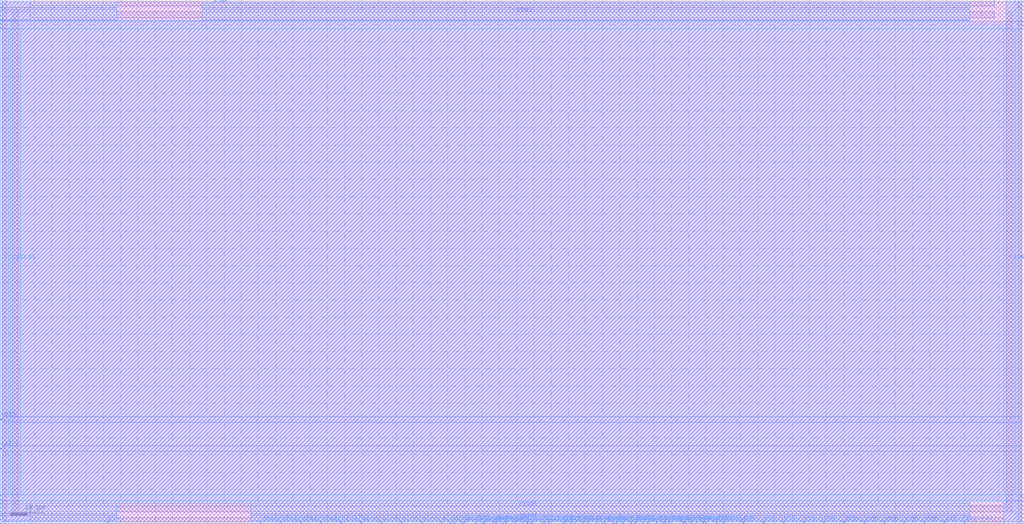
<source format=lef>
VERSION 5.7 ;
  NOWIREEXTENSIONATPIN ON ;
  DIVIDERCHAR "/" ;
  BUSBITCHARS "[]" ;
MACRO sky130_sram_1rw_tiny
  CLASS BLOCK ;
  FOREIGN sky130_sram_1rw_tiny ;
  ORIGIN 0.000 0.000 ;
  SIZE 297.380 BY 152.210 ;
  SYMMETRY X Y R90 ;
  PIN din0[0]
    DIRECTION INPUT ;
    PORT
      LAYER met4 ;
        RECT 98.920 0.000 99.300 0.380 ;
    END
  END din0[0]
  PIN din0[1]
    DIRECTION INPUT ;
    PORT
      LAYER met4 ;
        RECT 104.760 0.000 105.140 0.380 ;
    END
  END din0[1]
  PIN din0[2]
    DIRECTION INPUT ;
    PORT
      LAYER met4 ;
        RECT 110.600 0.000 110.980 0.380 ;
    END
  END din0[2]
  PIN din0[3]
    DIRECTION INPUT ;
    PORT
      LAYER met4 ;
        RECT 116.440 0.000 116.820 0.380 ;
    END
  END din0[3]
  PIN din0[4]
    DIRECTION INPUT ;
    PORT
      LAYER met4 ;
        RECT 122.280 0.000 122.660 0.380 ;
    END
  END din0[4]
  PIN din0[5]
    DIRECTION INPUT ;
    PORT
      LAYER met4 ;
        RECT 128.120 0.000 128.500 0.380 ;
    END
  END din0[5]
  PIN din0[6]
    DIRECTION INPUT ;
    PORT
      LAYER met4 ;
        RECT 133.960 0.000 134.340 0.380 ;
    END
  END din0[6]
  PIN din0[7]
    DIRECTION INPUT ;
    PORT
      LAYER met4 ;
        RECT 139.800 0.000 140.180 0.380 ;
    END
  END din0[7]
  PIN din0[8]
    DIRECTION INPUT ;
    PORT
      LAYER met4 ;
        RECT 145.640 0.000 146.020 0.380 ;
    END
  END din0[8]
  PIN din0[9]
    DIRECTION INPUT ;
    PORT
      LAYER met4 ;
        RECT 151.480 0.000 151.860 0.380 ;
    END
  END din0[9]
  PIN din0[10]
    DIRECTION INPUT ;
    PORT
      LAYER met4 ;
        RECT 157.320 0.000 157.700 0.380 ;
    END
  END din0[10]
  PIN din0[11]
    DIRECTION INPUT ;
    PORT
      LAYER met4 ;
        RECT 163.160 0.000 163.540 0.380 ;
    END
  END din0[11]
  PIN din0[12]
    DIRECTION INPUT ;
    PORT
      LAYER met4 ;
        RECT 169.000 0.000 169.380 0.380 ;
    END
  END din0[12]
  PIN din0[13]
    DIRECTION INPUT ;
    PORT
      LAYER met4 ;
        RECT 174.840 0.000 175.220 0.380 ;
    END
  END din0[13]
  PIN din0[14]
    DIRECTION INPUT ;
    PORT
      LAYER met4 ;
        RECT 180.680 0.000 181.060 0.380 ;
    END
  END din0[14]
  PIN din0[15]
    DIRECTION INPUT ;
    PORT
      LAYER met4 ;
        RECT 186.520 0.000 186.900 0.380 ;
    END
  END din0[15]
  PIN din0[16]
    DIRECTION INPUT ;
    PORT
      LAYER met4 ;
        RECT 192.360 0.000 192.740 0.380 ;
    END
  END din0[16]
  PIN din0[17]
    DIRECTION INPUT ;
    PORT
      LAYER met4 ;
        RECT 198.200 0.000 198.580 0.380 ;
    END
  END din0[17]
  PIN din0[18]
    DIRECTION INPUT ;
    PORT
      LAYER met4 ;
        RECT 204.040 0.000 204.420 0.380 ;
    END
  END din0[18]
  PIN din0[19]
    DIRECTION INPUT ;
    PORT
      LAYER met4 ;
        RECT 209.880 0.000 210.260 0.380 ;
    END
  END din0[19]
  PIN din0[20]
    DIRECTION INPUT ;
    PORT
      LAYER met4 ;
        RECT 215.720 0.000 216.100 0.380 ;
    END
  END din0[20]
  PIN din0[21]
    DIRECTION INPUT ;
    PORT
      LAYER met4 ;
        RECT 221.560 0.000 221.940 0.380 ;
    END
  END din0[21]
  PIN din0[22]
    DIRECTION INPUT ;
    PORT
      LAYER met4 ;
        RECT 227.400 0.000 227.780 0.380 ;
    END
  END din0[22]
  PIN din0[23]
    DIRECTION INPUT ;
    PORT
      LAYER met4 ;
        RECT 233.240 0.000 233.620 0.380 ;
    END
  END din0[23]
  PIN din0[24]
    DIRECTION INPUT ;
    PORT
      LAYER met4 ;
        RECT 239.080 0.000 239.460 0.380 ;
    END
  END din0[24]
  PIN din0[25]
    DIRECTION INPUT ;
    PORT
      LAYER met4 ;
        RECT 244.920 0.000 245.300 0.380 ;
    END
  END din0[25]
  PIN din0[26]
    DIRECTION INPUT ;
    PORT
      LAYER met4 ;
        RECT 250.760 0.000 251.140 0.380 ;
    END
  END din0[26]
  PIN din0[27]
    DIRECTION INPUT ;
    PORT
      LAYER met4 ;
        RECT 256.600 0.000 256.980 0.380 ;
    END
  END din0[27]
  PIN din0[28]
    DIRECTION INPUT ;
    PORT
      LAYER met4 ;
        RECT 262.440 0.000 262.820 0.380 ;
    END
  END din0[28]
  PIN din0[29]
    DIRECTION INPUT ;
    PORT
      LAYER met4 ;
        RECT 268.280 0.000 268.660 0.380 ;
    END
  END din0[29]
  PIN din0[30]
    DIRECTION INPUT ;
    PORT
      LAYER met4 ;
        RECT 274.120 0.000 274.500 0.380 ;
    END
  END din0[30]
  PIN din0[31]
    DIRECTION INPUT ;
    PORT
      LAYER met4 ;
        RECT 279.960 0.000 280.340 0.380 ;
    END
  END din0[31]
  PIN addr0[0]
    DIRECTION INPUT ;
    PORT
      LAYER met4 ;
        RECT 62.340 151.830 62.720 152.210 ;
    END
  END addr0[0]
  PIN addr0[1]
    DIRECTION INPUT ;
    PORT
      LAYER met4 ;
        RECT 65.315 151.830 65.695 152.210 ;
    END
  END addr0[1]
  PIN addr0[2]
    DIRECTION INPUT ;
    PORT
      LAYER met4 ;
        RECT 64.625 151.830 65.005 152.210 ;
    END
  END addr0[2]
  PIN addr0[3]
    DIRECTION INPUT ;
    PORT
      LAYER met4 ;
        RECT 63.880 151.830 64.260 152.210 ;
    END
  END addr0[3]
  PIN csb0
    DIRECTION INPUT ;
    PORT
      LAYER met3 ;
        RECT 0.000 21.610 0.380 21.990 ;
    END
  END csb0
  PIN web0
    DIRECTION INPUT ;
    PORT
      LAYER met3 ;
        RECT 0.000 30.110 0.380 30.490 ;
    END
  END web0
  PIN clk0
    DIRECTION INPUT ;
    PORT
      LAYER met4 ;
        RECT 31.100 0.000 31.480 0.380 ;
    END
  END clk0
  PIN wmask0[0]
    DIRECTION INPUT ;
    PORT
      LAYER met4 ;
        RECT 75.560 0.000 75.940 0.380 ;
    END
  END wmask0[0]
  PIN wmask0[1]
    DIRECTION INPUT ;
    PORT
      LAYER met4 ;
        RECT 81.400 0.000 81.780 0.380 ;
    END
  END wmask0[1]
  PIN wmask0[2]
    DIRECTION INPUT ;
    PORT
      LAYER met4 ;
        RECT 87.240 0.000 87.620 0.380 ;
    END
  END wmask0[2]
  PIN wmask0[3]
    DIRECTION INPUT ;
    PORT
      LAYER met4 ;
        RECT 93.080 0.000 93.460 0.380 ;
    END
  END wmask0[3]
  PIN dout0[0]
    DIRECTION OUTPUT ;
    PORT
      LAYER met4 ;
        RECT 130.530 0.000 130.910 0.380 ;
    END
  END dout0[0]
  PIN dout0[1]
    DIRECTION OUTPUT ;
    PORT
      LAYER met4 ;
        RECT 131.620 0.000 132.000 0.380 ;
    END
  END dout0[1]
  PIN dout0[2]
    DIRECTION OUTPUT ;
    PORT
      LAYER met4 ;
        RECT 134.650 0.000 135.030 0.380 ;
    END
  END dout0[2]
  PIN dout0[3]
    DIRECTION OUTPUT ;
    PORT
      LAYER met4 ;
        RECT 137.940 0.000 138.320 0.380 ;
    END
  END dout0[3]
  PIN dout0[4]
    DIRECTION OUTPUT ;
    PORT
      LAYER met4 ;
        RECT 140.530 0.000 140.910 0.380 ;
    END
  END dout0[4]
  PIN dout0[5]
    DIRECTION OUTPUT ;
    PORT
      LAYER met4 ;
        RECT 143.000 0.000 143.380 0.380 ;
    END
  END dout0[5]
  PIN dout0[6]
    DIRECTION OUTPUT ;
    PORT
      LAYER met4 ;
        RECT 143.835 0.000 144.215 0.380 ;
    END
  END dout0[6]
  PIN dout0[7]
    DIRECTION OUTPUT ;
    PORT
      LAYER met4 ;
        RECT 146.620 0.000 147.000 0.380 ;
    END
  END dout0[7]
  PIN dout0[8]
    DIRECTION OUTPUT ;
    PORT
      LAYER met4 ;
        RECT 149.150 0.000 149.530 0.380 ;
    END
  END dout0[8]
  PIN dout0[9]
    DIRECTION OUTPUT ;
    PORT
      LAYER met4 ;
        RECT 153.000 0.000 153.380 0.380 ;
    END
  END dout0[9]
  PIN dout0[10]
    DIRECTION OUTPUT ;
    PORT
      LAYER met4 ;
        RECT 154.150 0.000 154.530 0.380 ;
    END
  END dout0[10]
  PIN dout0[11]
    DIRECTION OUTPUT ;
    PORT
      LAYER met4 ;
        RECT 158.010 0.000 158.390 0.380 ;
    END
  END dout0[11]
  PIN dout0[12]
    DIRECTION OUTPUT ;
    PORT
      LAYER met4 ;
        RECT 159.150 0.000 159.530 0.380 ;
    END
  END dout0[12]
  PIN dout0[13]
    DIRECTION OUTPUT ;
    PORT
      LAYER met4 ;
        RECT 163.850 0.000 164.230 0.380 ;
    END
  END dout0[13]
  PIN dout0[14]
    DIRECTION OUTPUT ;
    PORT
      LAYER met4 ;
        RECT 165.530 0.000 165.910 0.380 ;
    END
  END dout0[14]
  PIN dout0[15]
    DIRECTION OUTPUT ;
    PORT
      LAYER met4 ;
        RECT 166.620 0.000 167.000 0.380 ;
    END
  END dout0[15]
  PIN dout0[16]
    DIRECTION OUTPUT ;
    PORT
      LAYER met4 ;
        RECT 170.530 0.000 170.910 0.380 ;
    END
  END dout0[16]
  PIN dout0[17]
    DIRECTION OUTPUT ;
    PORT
      LAYER met4 ;
        RECT 173.000 0.000 173.380 0.380 ;
    END
  END dout0[17]
  PIN dout0[18]
    DIRECTION OUTPUT ;
    PORT
      LAYER met4 ;
        RECT 175.530 0.000 175.910 0.380 ;
    END
  END dout0[18]
  PIN dout0[19]
    DIRECTION OUTPUT ;
    PORT
      LAYER met4 ;
        RECT 178.000 0.000 178.380 0.380 ;
    END
  END dout0[19]
  PIN dout0[20]
    DIRECTION OUTPUT ;
    PORT
      LAYER met4 ;
        RECT 178.875 0.000 179.255 0.380 ;
    END
  END dout0[20]
  PIN dout0[21]
    DIRECTION OUTPUT ;
    PORT
      LAYER met4 ;
        RECT 183.000 0.000 183.380 0.380 ;
    END
  END dout0[21]
  PIN dout0[22]
    DIRECTION OUTPUT ;
    PORT
      LAYER met4 ;
        RECT 184.150 0.000 184.530 0.380 ;
    END
  END dout0[22]
  PIN dout0[23]
    DIRECTION OUTPUT ;
    PORT
      LAYER met4 ;
        RECT 187.940 0.000 188.320 0.380 ;
    END
  END dout0[23]
  PIN dout0[24]
    DIRECTION OUTPUT ;
    PORT
      LAYER met4 ;
        RECT 190.530 0.000 190.910 0.380 ;
    END
  END dout0[24]
  PIN dout0[25]
    DIRECTION OUTPUT ;
    PORT
      LAYER met4 ;
        RECT 193.050 0.000 193.430 0.380 ;
    END
  END dout0[25]
  PIN dout0[26]
    DIRECTION OUTPUT ;
    PORT
      LAYER met4 ;
        RECT 194.150 0.000 194.530 0.380 ;
    END
  END dout0[26]
  PIN dout0[27]
    DIRECTION OUTPUT ;
    PORT
      LAYER met4 ;
        RECT 198.890 0.000 199.270 0.380 ;
    END
  END dout0[27]
  PIN dout0[28]
    DIRECTION OUTPUT ;
    PORT
      LAYER met4 ;
        RECT 200.530 0.000 200.910 0.380 ;
    END
  END dout0[28]
  PIN dout0[29]
    DIRECTION OUTPUT ;
    PORT
      LAYER met4 ;
        RECT 202.235 0.000 202.615 0.380 ;
    END
  END dout0[29]
  PIN dout0[30]
    DIRECTION OUTPUT ;
    PORT
      LAYER met4 ;
        RECT 204.730 0.000 205.110 0.380 ;
    END
  END dout0[30]
  PIN dout0[31]
    DIRECTION OUTPUT ;
    PORT
      LAYER met4 ;
        RECT 208.000 0.000 208.380 0.380 ;
    END
  END dout0[31]
  PIN vccd1
    DIRECTION INOUT ;
    USE POWER ;
    SHAPE ABUTMENT ;
    PORT
      LAYER met3 ;
        RECT 8.690 0.000 291.540 1.740 ;
    END
    PORT
      LAYER met4 ;
        RECT 295.640 0.000 297.380 152.210 ;
    END
    PORT
      LAYER met4 ;
        RECT 0.000 0.000 1.740 152.210 ;
    END
    PORT
      LAYER met3 ;
        RECT 8.690 150.470 288.690 152.210 ;
    END
  END vccd1
  PIN vssd1
    DIRECTION INOUT ;
    USE GROUND ;
    SHAPE ABUTMENT ;
    PORT
      LAYER met4 ;
        RECT 3.480 3.480 5.220 148.730 ;
    END
    PORT
      LAYER met3 ;
        RECT 8.690 146.990 288.690 148.730 ;
    END
    PORT
      LAYER met4 ;
        RECT 292.160 3.480 293.900 148.730 ;
    END
    PORT
      LAYER met3 ;
        RECT 8.690 3.480 291.540 5.220 ;
    END
  END vssd1
  OBS
      LAYER met1 ;
        RECT 0.620 0.620 296.760 151.590 ;
      LAYER met2 ;
        RECT 0.620 0.620 296.760 151.590 ;
      LAYER met3 ;
        RECT 0.000 149.870 8.690 152.210 ;
        RECT 0.000 149.330 33.850 149.870 ;
        RECT 58.720 149.330 281.590 149.870 ;
        RECT 0.000 146.390 8.690 149.330 ;
        RECT 0.000 146.310 33.850 146.390 ;
        RECT 58.720 146.310 281.590 146.390 ;
        RECT 0.000 146.000 281.590 146.310 ;
        RECT 292.200 146.000 297.380 152.210 ;
        RECT 0.000 143.800 297.380 146.000 ;
        RECT 0.620 31.090 296.760 143.800 ;
        RECT 0.980 29.510 296.760 31.090 ;
        RECT 0.620 22.590 296.760 29.510 ;
        RECT 0.980 21.010 296.760 22.590 ;
        RECT 0.620 8.430 296.760 21.010 ;
        RECT 0.620 8.410 296.780 8.430 ;
        RECT 0.000 6.740 297.390 8.410 ;
        RECT 0.000 5.820 281.550 6.740 ;
        RECT 0.000 2.880 8.690 5.820 ;
        RECT 0.000 2.340 33.910 2.880 ;
        RECT 72.820 2.340 281.550 2.880 ;
        RECT 0.000 0.000 8.690 2.340 ;
        RECT 291.540 0.000 297.390 6.740 ;
      LAYER met4 ;
        RECT 1.740 151.590 8.690 152.210 ;
        RECT 1.740 148.730 33.850 151.590 ;
        RECT 1.740 143.800 3.480 148.730 ;
        RECT 5.220 146.310 33.850 148.730 ;
        RECT 58.720 151.230 61.740 151.590 ;
        RECT 66.295 151.230 281.590 151.590 ;
        RECT 58.720 146.310 281.590 151.230 ;
        RECT 292.200 148.730 295.640 152.210 ;
        RECT 5.220 146.000 281.590 146.310 ;
        RECT 5.220 143.800 292.160 146.000 ;
        RECT 293.900 143.800 295.640 148.730 ;
        RECT 2.340 8.410 2.880 143.800 ;
        RECT 5.820 8.430 291.560 143.800 ;
        RECT 294.500 8.430 295.040 143.800 ;
        RECT 5.820 8.410 292.160 8.430 ;
        RECT 1.740 3.480 3.480 8.410 ;
        RECT 5.220 6.740 292.160 8.410 ;
        RECT 5.220 5.820 281.550 6.740 ;
        RECT 5.220 3.480 33.910 5.820 ;
        RECT 1.740 0.980 33.910 3.480 ;
        RECT 1.740 0.620 30.500 0.980 ;
        RECT 32.080 0.620 33.910 0.980 ;
        RECT 72.820 0.980 281.550 5.820 ;
        RECT 72.820 0.620 74.960 0.980 ;
        RECT 76.540 0.620 80.800 0.980 ;
        RECT 82.380 0.620 86.640 0.980 ;
        RECT 88.220 0.620 92.480 0.980 ;
        RECT 94.060 0.620 98.320 0.980 ;
        RECT 99.900 0.620 104.160 0.980 ;
        RECT 105.740 0.620 110.000 0.980 ;
        RECT 111.580 0.620 115.840 0.980 ;
        RECT 117.420 0.620 121.680 0.980 ;
        RECT 123.260 0.620 127.520 0.980 ;
        RECT 129.100 0.620 129.930 0.980 ;
        RECT 132.600 0.620 133.360 0.980 ;
        RECT 135.630 0.620 137.340 0.980 ;
        RECT 138.920 0.620 139.200 0.980 ;
        RECT 141.510 0.620 142.400 0.980 ;
        RECT 144.815 0.620 145.040 0.980 ;
        RECT 147.600 0.620 148.550 0.980 ;
        RECT 150.130 0.620 150.880 0.980 ;
        RECT 155.130 0.620 156.720 0.980 ;
        RECT 160.130 0.620 162.560 0.980 ;
        RECT 164.830 0.620 164.930 0.980 ;
        RECT 167.600 0.620 168.400 0.980 ;
        RECT 171.510 0.620 172.400 0.980 ;
        RECT 173.980 0.620 174.240 0.980 ;
        RECT 176.510 0.620 177.400 0.980 ;
        RECT 179.855 0.620 180.080 0.980 ;
        RECT 181.660 0.620 182.400 0.980 ;
        RECT 185.130 0.620 185.920 0.980 ;
        RECT 188.920 0.620 189.930 0.980 ;
        RECT 191.510 0.620 191.760 0.980 ;
        RECT 195.130 0.620 197.600 0.980 ;
        RECT 199.870 0.620 199.930 0.980 ;
        RECT 201.510 0.620 201.635 0.980 ;
        RECT 203.215 0.620 203.440 0.980 ;
        RECT 205.710 0.620 207.400 0.980 ;
        RECT 208.980 0.620 209.280 0.980 ;
        RECT 210.860 0.620 215.120 0.980 ;
        RECT 216.700 0.620 220.960 0.980 ;
        RECT 222.540 0.620 226.800 0.980 ;
        RECT 228.380 0.620 232.640 0.980 ;
        RECT 234.220 0.620 238.480 0.980 ;
        RECT 240.060 0.620 244.320 0.980 ;
        RECT 245.900 0.620 250.160 0.980 ;
        RECT 251.740 0.620 256.000 0.980 ;
        RECT 257.580 0.620 261.840 0.980 ;
        RECT 263.420 0.620 267.680 0.980 ;
        RECT 269.260 0.620 273.520 0.980 ;
        RECT 275.100 0.620 279.360 0.980 ;
        RECT 280.940 0.620 281.550 0.980 ;
        RECT 291.540 3.480 292.160 6.740 ;
        RECT 293.900 3.480 295.640 8.430 ;
        RECT 1.740 0.000 8.690 0.620 ;
        RECT 291.540 0.000 295.640 3.480 ;
        RECT 297.380 0.000 297.390 8.410 ;
  END
END sky130_sram_1rw_tiny
END LIBRARY


</source>
